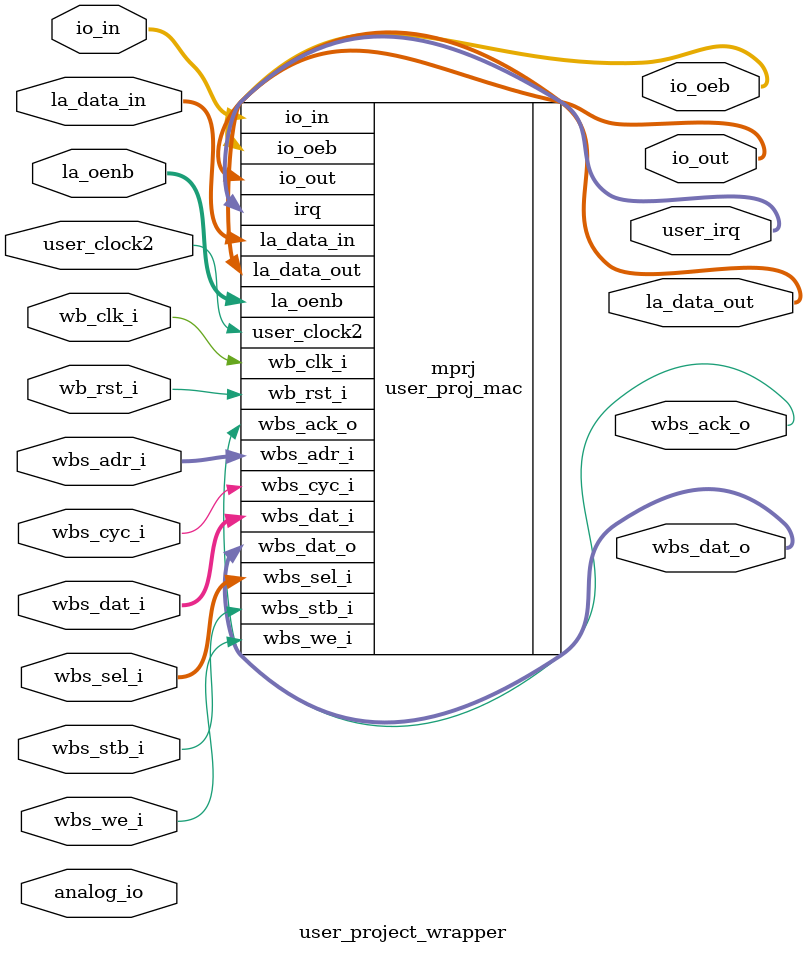
<source format=v>
module user_project_wrapper (user_clock2,
    wb_clk_i,
    wb_rst_i,
    wbs_ack_o,
    wbs_cyc_i,
    wbs_stb_i,
    wbs_we_i,
    analog_io,
    io_in,
    io_oeb,
    io_out,
    la_data_in,
    la_data_out,
    la_oenb,
    user_irq,
    wbs_adr_i,
    wbs_dat_i,
    wbs_dat_o,
    wbs_sel_i);
 input user_clock2;
 input wb_clk_i;
 input wb_rst_i;
 output wbs_ack_o;
 input wbs_cyc_i;
 input wbs_stb_i;
 input wbs_we_i;
 inout [28:0] analog_io;
 input [37:0] io_in;
 output [37:0] io_oeb;
 output [37:0] io_out;
 input [127:0] la_data_in;
 output [127:0] la_data_out;
 input [127:0] la_oenb;
 output [2:0] user_irq;
 input [31:0] wbs_adr_i;
 input [31:0] wbs_dat_i;
 output [31:0] wbs_dat_o;
 input [3:0] wbs_sel_i;


 user_proj_mac mprj (.user_clock2(user_clock2),
    .wb_clk_i(wb_clk_i),
    .wb_rst_i(wb_rst_i),
    .wbs_ack_o(wbs_ack_o),
    .wbs_cyc_i(wbs_cyc_i),
    .wbs_stb_i(wbs_stb_i),
    .wbs_we_i(wbs_we_i),
    .io_in({io_in[37],
    io_in[36],
    io_in[35],
    io_in[34],
    io_in[33],
    io_in[32],
    io_in[31],
    io_in[30],
    io_in[29],
    io_in[28],
    io_in[27],
    io_in[26],
    io_in[25],
    io_in[24],
    io_in[23],
    io_in[22],
    io_in[21],
    io_in[20],
    io_in[19],
    io_in[18],
    io_in[17],
    io_in[16],
    io_in[15],
    io_in[14],
    io_in[13],
    io_in[12],
    io_in[11],
    io_in[10],
    io_in[9],
    io_in[8],
    io_in[7],
    io_in[6],
    io_in[5],
    io_in[4],
    io_in[3],
    io_in[2],
    io_in[1],
    io_in[0]}),
    .io_oeb({io_oeb[37],
    io_oeb[36],
    io_oeb[35],
    io_oeb[34],
    io_oeb[33],
    io_oeb[32],
    io_oeb[31],
    io_oeb[30],
    io_oeb[29],
    io_oeb[28],
    io_oeb[27],
    io_oeb[26],
    io_oeb[25],
    io_oeb[24],
    io_oeb[23],
    io_oeb[22],
    io_oeb[21],
    io_oeb[20],
    io_oeb[19],
    io_oeb[18],
    io_oeb[17],
    io_oeb[16],
    io_oeb[15],
    io_oeb[14],
    io_oeb[13],
    io_oeb[12],
    io_oeb[11],
    io_oeb[10],
    io_oeb[9],
    io_oeb[8],
    io_oeb[7],
    io_oeb[6],
    io_oeb[5],
    io_oeb[4],
    io_oeb[3],
    io_oeb[2],
    io_oeb[1],
    io_oeb[0]}),
    .io_out({io_out[37],
    io_out[36],
    io_out[35],
    io_out[34],
    io_out[33],
    io_out[32],
    io_out[31],
    io_out[30],
    io_out[29],
    io_out[28],
    io_out[27],
    io_out[26],
    io_out[25],
    io_out[24],
    io_out[23],
    io_out[22],
    io_out[21],
    io_out[20],
    io_out[19],
    io_out[18],
    io_out[17],
    io_out[16],
    io_out[15],
    io_out[14],
    io_out[13],
    io_out[12],
    io_out[11],
    io_out[10],
    io_out[9],
    io_out[8],
    io_out[7],
    io_out[6],
    io_out[5],
    io_out[4],
    io_out[3],
    io_out[2],
    io_out[1],
    io_out[0]}),
    .irq({user_irq[2],
    user_irq[1],
    user_irq[0]}),
    .la_data_in({la_data_in[127],
    la_data_in[126],
    la_data_in[125],
    la_data_in[124],
    la_data_in[123],
    la_data_in[122],
    la_data_in[121],
    la_data_in[120],
    la_data_in[119],
    la_data_in[118],
    la_data_in[117],
    la_data_in[116],
    la_data_in[115],
    la_data_in[114],
    la_data_in[113],
    la_data_in[112],
    la_data_in[111],
    la_data_in[110],
    la_data_in[109],
    la_data_in[108],
    la_data_in[107],
    la_data_in[106],
    la_data_in[105],
    la_data_in[104],
    la_data_in[103],
    la_data_in[102],
    la_data_in[101],
    la_data_in[100],
    la_data_in[99],
    la_data_in[98],
    la_data_in[97],
    la_data_in[96],
    la_data_in[95],
    la_data_in[94],
    la_data_in[93],
    la_data_in[92],
    la_data_in[91],
    la_data_in[90],
    la_data_in[89],
    la_data_in[88],
    la_data_in[87],
    la_data_in[86],
    la_data_in[85],
    la_data_in[84],
    la_data_in[83],
    la_data_in[82],
    la_data_in[81],
    la_data_in[80],
    la_data_in[79],
    la_data_in[78],
    la_data_in[77],
    la_data_in[76],
    la_data_in[75],
    la_data_in[74],
    la_data_in[73],
    la_data_in[72],
    la_data_in[71],
    la_data_in[70],
    la_data_in[69],
    la_data_in[68],
    la_data_in[67],
    la_data_in[66],
    la_data_in[65],
    la_data_in[64],
    la_data_in[63],
    la_data_in[62],
    la_data_in[61],
    la_data_in[60],
    la_data_in[59],
    la_data_in[58],
    la_data_in[57],
    la_data_in[56],
    la_data_in[55],
    la_data_in[54],
    la_data_in[53],
    la_data_in[52],
    la_data_in[51],
    la_data_in[50],
    la_data_in[49],
    la_data_in[48],
    la_data_in[47],
    la_data_in[46],
    la_data_in[45],
    la_data_in[44],
    la_data_in[43],
    la_data_in[42],
    la_data_in[41],
    la_data_in[40],
    la_data_in[39],
    la_data_in[38],
    la_data_in[37],
    la_data_in[36],
    la_data_in[35],
    la_data_in[34],
    la_data_in[33],
    la_data_in[32],
    la_data_in[31],
    la_data_in[30],
    la_data_in[29],
    la_data_in[28],
    la_data_in[27],
    la_data_in[26],
    la_data_in[25],
    la_data_in[24],
    la_data_in[23],
    la_data_in[22],
    la_data_in[21],
    la_data_in[20],
    la_data_in[19],
    la_data_in[18],
    la_data_in[17],
    la_data_in[16],
    la_data_in[15],
    la_data_in[14],
    la_data_in[13],
    la_data_in[12],
    la_data_in[11],
    la_data_in[10],
    la_data_in[9],
    la_data_in[8],
    la_data_in[7],
    la_data_in[6],
    la_data_in[5],
    la_data_in[4],
    la_data_in[3],
    la_data_in[2],
    la_data_in[1],
    la_data_in[0]}),
    .la_data_out({la_data_out[127],
    la_data_out[126],
    la_data_out[125],
    la_data_out[124],
    la_data_out[123],
    la_data_out[122],
    la_data_out[121],
    la_data_out[120],
    la_data_out[119],
    la_data_out[118],
    la_data_out[117],
    la_data_out[116],
    la_data_out[115],
    la_data_out[114],
    la_data_out[113],
    la_data_out[112],
    la_data_out[111],
    la_data_out[110],
    la_data_out[109],
    la_data_out[108],
    la_data_out[107],
    la_data_out[106],
    la_data_out[105],
    la_data_out[104],
    la_data_out[103],
    la_data_out[102],
    la_data_out[101],
    la_data_out[100],
    la_data_out[99],
    la_data_out[98],
    la_data_out[97],
    la_data_out[96],
    la_data_out[95],
    la_data_out[94],
    la_data_out[93],
    la_data_out[92],
    la_data_out[91],
    la_data_out[90],
    la_data_out[89],
    la_data_out[88],
    la_data_out[87],
    la_data_out[86],
    la_data_out[85],
    la_data_out[84],
    la_data_out[83],
    la_data_out[82],
    la_data_out[81],
    la_data_out[80],
    la_data_out[79],
    la_data_out[78],
    la_data_out[77],
    la_data_out[76],
    la_data_out[75],
    la_data_out[74],
    la_data_out[73],
    la_data_out[72],
    la_data_out[71],
    la_data_out[70],
    la_data_out[69],
    la_data_out[68],
    la_data_out[67],
    la_data_out[66],
    la_data_out[65],
    la_data_out[64],
    la_data_out[63],
    la_data_out[62],
    la_data_out[61],
    la_data_out[60],
    la_data_out[59],
    la_data_out[58],
    la_data_out[57],
    la_data_out[56],
    la_data_out[55],
    la_data_out[54],
    la_data_out[53],
    la_data_out[52],
    la_data_out[51],
    la_data_out[50],
    la_data_out[49],
    la_data_out[48],
    la_data_out[47],
    la_data_out[46],
    la_data_out[45],
    la_data_out[44],
    la_data_out[43],
    la_data_out[42],
    la_data_out[41],
    la_data_out[40],
    la_data_out[39],
    la_data_out[38],
    la_data_out[37],
    la_data_out[36],
    la_data_out[35],
    la_data_out[34],
    la_data_out[33],
    la_data_out[32],
    la_data_out[31],
    la_data_out[30],
    la_data_out[29],
    la_data_out[28],
    la_data_out[27],
    la_data_out[26],
    la_data_out[25],
    la_data_out[24],
    la_data_out[23],
    la_data_out[22],
    la_data_out[21],
    la_data_out[20],
    la_data_out[19],
    la_data_out[18],
    la_data_out[17],
    la_data_out[16],
    la_data_out[15],
    la_data_out[14],
    la_data_out[13],
    la_data_out[12],
    la_data_out[11],
    la_data_out[10],
    la_data_out[9],
    la_data_out[8],
    la_data_out[7],
    la_data_out[6],
    la_data_out[5],
    la_data_out[4],
    la_data_out[3],
    la_data_out[2],
    la_data_out[1],
    la_data_out[0]}),
    .la_oenb({la_oenb[127],
    la_oenb[126],
    la_oenb[125],
    la_oenb[124],
    la_oenb[123],
    la_oenb[122],
    la_oenb[121],
    la_oenb[120],
    la_oenb[119],
    la_oenb[118],
    la_oenb[117],
    la_oenb[116],
    la_oenb[115],
    la_oenb[114],
    la_oenb[113],
    la_oenb[112],
    la_oenb[111],
    la_oenb[110],
    la_oenb[109],
    la_oenb[108],
    la_oenb[107],
    la_oenb[106],
    la_oenb[105],
    la_oenb[104],
    la_oenb[103],
    la_oenb[102],
    la_oenb[101],
    la_oenb[100],
    la_oenb[99],
    la_oenb[98],
    la_oenb[97],
    la_oenb[96],
    la_oenb[95],
    la_oenb[94],
    la_oenb[93],
    la_oenb[92],
    la_oenb[91],
    la_oenb[90],
    la_oenb[89],
    la_oenb[88],
    la_oenb[87],
    la_oenb[86],
    la_oenb[85],
    la_oenb[84],
    la_oenb[83],
    la_oenb[82],
    la_oenb[81],
    la_oenb[80],
    la_oenb[79],
    la_oenb[78],
    la_oenb[77],
    la_oenb[76],
    la_oenb[75],
    la_oenb[74],
    la_oenb[73],
    la_oenb[72],
    la_oenb[71],
    la_oenb[70],
    la_oenb[69],
    la_oenb[68],
    la_oenb[67],
    la_oenb[66],
    la_oenb[65],
    la_oenb[64],
    la_oenb[63],
    la_oenb[62],
    la_oenb[61],
    la_oenb[60],
    la_oenb[59],
    la_oenb[58],
    la_oenb[57],
    la_oenb[56],
    la_oenb[55],
    la_oenb[54],
    la_oenb[53],
    la_oenb[52],
    la_oenb[51],
    la_oenb[50],
    la_oenb[49],
    la_oenb[48],
    la_oenb[47],
    la_oenb[46],
    la_oenb[45],
    la_oenb[44],
    la_oenb[43],
    la_oenb[42],
    la_oenb[41],
    la_oenb[40],
    la_oenb[39],
    la_oenb[38],
    la_oenb[37],
    la_oenb[36],
    la_oenb[35],
    la_oenb[34],
    la_oenb[33],
    la_oenb[32],
    la_oenb[31],
    la_oenb[30],
    la_oenb[29],
    la_oenb[28],
    la_oenb[27],
    la_oenb[26],
    la_oenb[25],
    la_oenb[24],
    la_oenb[23],
    la_oenb[22],
    la_oenb[21],
    la_oenb[20],
    la_oenb[19],
    la_oenb[18],
    la_oenb[17],
    la_oenb[16],
    la_oenb[15],
    la_oenb[14],
    la_oenb[13],
    la_oenb[12],
    la_oenb[11],
    la_oenb[10],
    la_oenb[9],
    la_oenb[8],
    la_oenb[7],
    la_oenb[6],
    la_oenb[5],
    la_oenb[4],
    la_oenb[3],
    la_oenb[2],
    la_oenb[1],
    la_oenb[0]}),
    .wbs_adr_i({wbs_adr_i[31],
    wbs_adr_i[30],
    wbs_adr_i[29],
    wbs_adr_i[28],
    wbs_adr_i[27],
    wbs_adr_i[26],
    wbs_adr_i[25],
    wbs_adr_i[24],
    wbs_adr_i[23],
    wbs_adr_i[22],
    wbs_adr_i[21],
    wbs_adr_i[20],
    wbs_adr_i[19],
    wbs_adr_i[18],
    wbs_adr_i[17],
    wbs_adr_i[16],
    wbs_adr_i[15],
    wbs_adr_i[14],
    wbs_adr_i[13],
    wbs_adr_i[12],
    wbs_adr_i[11],
    wbs_adr_i[10],
    wbs_adr_i[9],
    wbs_adr_i[8],
    wbs_adr_i[7],
    wbs_adr_i[6],
    wbs_adr_i[5],
    wbs_adr_i[4],
    wbs_adr_i[3],
    wbs_adr_i[2],
    wbs_adr_i[1],
    wbs_adr_i[0]}),
    .wbs_dat_i({wbs_dat_i[31],
    wbs_dat_i[30],
    wbs_dat_i[29],
    wbs_dat_i[28],
    wbs_dat_i[27],
    wbs_dat_i[26],
    wbs_dat_i[25],
    wbs_dat_i[24],
    wbs_dat_i[23],
    wbs_dat_i[22],
    wbs_dat_i[21],
    wbs_dat_i[20],
    wbs_dat_i[19],
    wbs_dat_i[18],
    wbs_dat_i[17],
    wbs_dat_i[16],
    wbs_dat_i[15],
    wbs_dat_i[14],
    wbs_dat_i[13],
    wbs_dat_i[12],
    wbs_dat_i[11],
    wbs_dat_i[10],
    wbs_dat_i[9],
    wbs_dat_i[8],
    wbs_dat_i[7],
    wbs_dat_i[6],
    wbs_dat_i[5],
    wbs_dat_i[4],
    wbs_dat_i[3],
    wbs_dat_i[2],
    wbs_dat_i[1],
    wbs_dat_i[0]}),
    .wbs_dat_o({wbs_dat_o[31],
    wbs_dat_o[30],
    wbs_dat_o[29],
    wbs_dat_o[28],
    wbs_dat_o[27],
    wbs_dat_o[26],
    wbs_dat_o[25],
    wbs_dat_o[24],
    wbs_dat_o[23],
    wbs_dat_o[22],
    wbs_dat_o[21],
    wbs_dat_o[20],
    wbs_dat_o[19],
    wbs_dat_o[18],
    wbs_dat_o[17],
    wbs_dat_o[16],
    wbs_dat_o[15],
    wbs_dat_o[14],
    wbs_dat_o[13],
    wbs_dat_o[12],
    wbs_dat_o[11],
    wbs_dat_o[10],
    wbs_dat_o[9],
    wbs_dat_o[8],
    wbs_dat_o[7],
    wbs_dat_o[6],
    wbs_dat_o[5],
    wbs_dat_o[4],
    wbs_dat_o[3],
    wbs_dat_o[2],
    wbs_dat_o[1],
    wbs_dat_o[0]}),
    .wbs_sel_i({wbs_sel_i[3],
    wbs_sel_i[2],
    wbs_sel_i[1],
    wbs_sel_i[0]}));
endmodule


</source>
